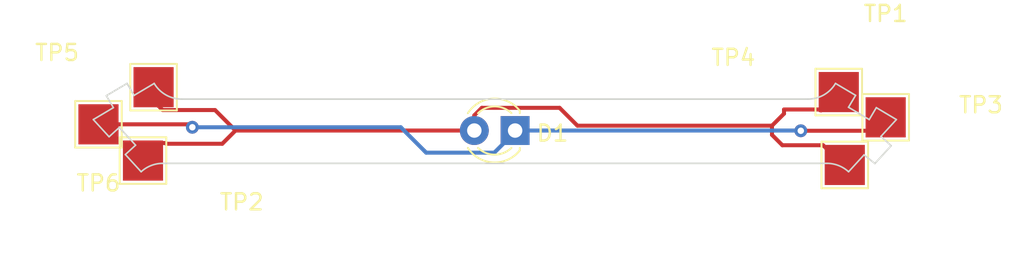
<source format=kicad_pcb>
(kicad_pcb (version 20211014) (generator pcbnew)
  (layers (0 "F.Cu" signal) (31 "B.Cu" signal) (34 "B.Paste" user) (35 "F.Paste" user) (36 "B.SilkS" user "B.Silkscreen") (37 "F.SilkS" user "F.Silkscreen") (38 "B.Mask" user) (39 "F.Mask" user) (44 "Edge.Cuts" user))
  (net 0 "")
  (net 1 "GND")
  (net 2 "+5V")
  (footprint "TestPoint:TestPoint_Pad_2.5x2.5mm" (layer "F.Cu") (at 202.828581 88.830125)
    (fp_text reference "TP1" (at 0 -6.454146) (layer "F.SilkS"))
    (fp_text value "TestPoint")
    (fp_line (start 1.45 1.45) (end -1.45 1.45) (layer "F.SilkS") (width 0.12))
    (fp_line (start 1.45 -1.45) (end 1.45 1.45) (layer "F.SilkS") (width 0.12))
    (fp_line (start -1.45 1.45) (end -1.45 -1.45) (layer "F.SilkS") (width 0.12))
    (fp_line (start -1.45 -1.45) (end 1.45 -1.45) (layer "F.SilkS") (width 0.12))
    (pad "1" smd rect (at 0 0) (size 2.5 2.5) (layers "F.Cu" "F.Mask") (net 1 "GND"))
  )
  (footprint "TestPoint:TestPoint_Pad_2.5x2.5mm" (layer "F.Cu") (at 157.248123 86.954258)
    (fp_text reference "TP5" (at -6.007902 -2.148) (layer "F.SilkS"))
    (fp_text value "TestPoint")
    (fp_line (start -1.45 -1.45) (end 1.45 -1.45) (layer "F.SilkS") (width 0.12))
    (fp_line (start -1.45 1.45) (end -1.45 -1.45) (layer "F.SilkS") (width 0.12))
    (fp_line (start 1.45 1.45) (end -1.45 1.45) (layer "F.SilkS") (width 0.12))
    (fp_line (start 1.45 -1.45) (end 1.45 1.45) (layer "F.SilkS") (width 0.12))
    (pad "1" smd rect (at 0 0) (size 2.5 2.5) (layers "F.Cu" "F.Mask") (net 2 "+5V"))
  )
  (footprint "TestPoint:TestPoint_Pad_2.5x2.5mm" (layer "F.Cu") (at 153.817493 89.265702)
    (fp_text reference "TP6" (at 0 3.660232) (layer "F.SilkS"))
    (fp_text value "TestPoint")
    (fp_line (start -1.45 -1.45) (end 1.45 -1.45) (layer "F.SilkS") (width 0.12))
    (fp_line (start 1.45 -1.45) (end 1.45 1.45) (layer "F.SilkS") (width 0.12))
    (fp_line (start -1.45 1.45) (end -1.45 -1.45) (layer "F.SilkS") (width 0.12))
    (fp_line (start 1.45 1.45) (end -1.45 1.45) (layer "F.SilkS") (width 0.12))
    (pad "1" smd rect (at 0 0) (size 2.5 2.5) (layers "F.Cu" "F.Mask") (net 1 "GND"))
  )
  (footprint "TestPoint:TestPoint_Pad_2.5x2.5mm" (layer "F.Cu") (at 199.908017 87.257514)
    (fp_text reference "TP4" (at -6.560717 -2.148) (layer "F.SilkS"))
    (fp_text value "TestPoint")
    (fp_line (start -1.45 1.45) (end -1.45 -1.45) (layer "F.SilkS") (width 0.12))
    (fp_line (start -1.45 -1.45) (end 1.45 -1.45) (layer "F.SilkS") (width 0.12))
    (fp_line (start 1.45 -1.45) (end 1.45 1.45) (layer "F.SilkS") (width 0.12))
    (fp_line (start 1.45 1.45) (end -1.45 1.45) (layer "F.SilkS") (width 0.12))
    (pad "1" smd rect (at 0 0) (size 2.5 2.5) (layers "F.Cu" "F.Mask") (net 2 "+5V"))
  )
  (footprint "LED_THT:LED_D3.0mm" (layer "F.Cu") (at 179.757403 89.652767 180)
    (fp_text reference "D1" (at -2.327633 -0.170004) (layer "F.SilkS"))
    (fp_text value "LED")
    (fp_line (start -0.29 1.08) (end -0.29 1.236) (layer "F.SilkS") (width 0.12))
    (fp_line (start -0.29 -1.236) (end -0.29 -1.08) (layer "F.SilkS") (width 0.12))
    (fp_arc (start -0.29 -1.235516) (mid 1.366487 -1.987659) (end 2.942335 -1.078608) (layer "F.SilkS") (width 0.12))
    (fp_arc (start 2.31113 1.079837) (mid 1.270117 1.5) (end 0.229039 1.08) (layer "F.SilkS") (width 0.12))
    (fp_arc (start 0.229039 -1.08) (mid 1.270117 -1.5) (end 2.31113 -1.079837) (layer "F.SilkS") (width 0.12))
    (fp_arc (start 2.942335 1.078608) (mid 1.366487 1.987659) (end -0.29 1.235516) (layer "F.SilkS") (width 0.12))
    (pad "1" thru_hole rect (at 0 0 180) (size 1.8 1.8) (drill 0.9) (layers *.Cu *.Mask) (net 1 "GND"))
    (pad "2" thru_hole circle (at 2.54 0 180) (size 1.8 1.8) (drill 0.9) (layers *.Cu *.Mask) (net 2 "+5V"))
  )
  (footprint "TestPoint:TestPoint_Pad_2.5x2.5mm" (layer "F.Cu") (at 200.282449 91.79562)
    (fp_text reference "TP3" (at 8.47772 -3.735661) (layer "F.SilkS"))
    (fp_text value "TestPoint")
    (fp_line (start -1.45 -1.45) (end 1.45 -1.45) (layer "F.SilkS") (width 0.12))
    (fp_line (start 1.45 -1.45) (end 1.45 1.45) (layer "F.SilkS") (width 0.12))
    (fp_line (start 1.45 1.45) (end -1.45 1.45) (layer "F.SilkS") (width 0.12))
    (fp_line (start -1.45 1.45) (end -1.45 -1.45) (layer "F.SilkS") (width 0.12))
    (pad "1" smd rect (at 0 0) (size 2.5 2.5) (layers "F.Cu" "F.Mask") (net 2 "+5V"))
  )
  (footprint "TestPoint:TestPoint_Pad_2.5x2.5mm" (layer "F.Cu") (at 156.589124 91.522318)
    (fp_text reference "TP2" (at 6.150345 2.582356) (layer "F.SilkS"))
    (fp_text value "TestPoint")
    (fp_line (start -1.45 1.45) (end -1.45 -1.45) (layer "F.SilkS") (width 0.12))
    (fp_line (start 1.45 1.45) (end -1.45 1.45) (layer "F.SilkS") (width 0.12))
    (fp_line (start 1.45 -1.45) (end 1.45 1.45) (layer "F.SilkS") (width 0.12))
    (fp_line (start -1.45 -1.45) (end 1.45 -1.45) (layer "F.SilkS") (width 0.12))
    (pad "1" smd rect (at 0 0) (size 2.5 2.5) (layers "F.Cu" "F.Mask") (net 2 "+5V"))
  )
  (gr_line (start 202.245265 88.227588) (end 203.495682 88.969667) (layer "Edge.Cuts") (width 0.1))
  (gr_arc (start 156.473371 92.219972) (mid 157.097709 91.831807) (end 157.820275 91.696277) (layer "Edge.Cuts") (width 0.1))
  (gr_arc (start 199.171089 91.696276) (mid 199.893655 91.831806) (end 200.517993 92.219972) (layer "Edge.Cuts") (width 0.1))
  (gr_line (start 154.746099 88.227588) (end 153.495682 88.969667) (layer "Edge.Cuts") (width 0.1))
  (gr_line (start 153.495682 88.969667) (end 154.477896 90.041805) (layer "Edge.Cuts") (width 0.1))
  (gr_line (start 202.156165 91.705814) (end 201.478809 91.171191) (layer "Edge.Cuts") (width 0.1))
  (gr_line (start 155.114173 89.458896) (end 156.127435 90.564925) (layer "Edge.Cuts") (width 0.1))
  (gr_line (start 199.704905 86.719972) (end 200.955322 87.462051) (layer "Edge.Cuts") (width 0.1))
  (gr_line (start 156.127435 90.564925) (end 155.491158 91.147834) (layer "Edge.Cuts") (width 0.1))
  (gr_line (start 159.001149 87.696277) (end 197.990215 87.696276) (layer "Edge.Cuts") (width 0.1))
  (gr_line (start 156.036042 87.462052) (end 155.595644 86.719973) (layer "Edge.Cuts") (width 0.1))
  (gr_arc (start 159.001149 87.696277) (mid 158.014573 87.435094) (end 157.286459 86.719972) (layer "Edge.Cuts") (width 0.1))
  (gr_line (start 157.286459 86.719972) (end 156.036042 87.462052) (layer "Edge.Cuts") (width 0.1))
  (gr_line (start 155.595644 86.719973) (end 154.305701 87.485509) (layer "Edge.Cuts") (width 0.1))
  (gr_line (start 200.514924 88.20413) (end 201.804867 88.969667) (layer "Edge.Cuts") (width 0.1))
  (gr_line (start 154.477896 90.041805) (end 155.114173 89.458896) (layer "Edge.Cuts") (width 0.1))
  (gr_line (start 200.955322 87.462051) (end 200.514924 88.20413) (layer "Edge.Cuts") (width 0.1))
  (gr_line (start 201.478809 91.171191) (end 200.517993 92.219972) (layer "Edge.Cuts") (width 0.1))
  (gr_line (start 202.534867 90.018448) (end 203.169427 90.599785) (layer "Edge.Cuts") (width 0.1))
  (gr_arc (start 199.704905 86.719972) (mid 198.976791 87.435094) (end 197.990215 87.696276) (layer "Edge.Cuts") (width 0.1))
  (gr_line (start 157.820275 91.696277) (end 199.171089 91.696276) (layer "Edge.Cuts") (width 0.1))
  (gr_line (start 203.495682 88.969667) (end 202.534867 90.018448) (layer "Edge.Cuts") (width 0.1))
  (gr_line (start 201.804867 88.969667) (end 202.245265 88.227588) (layer "Edge.Cuts") (width 0.1))
  (gr_line (start 203.169427 90.599785) (end 202.156165 91.705814) (layer "Edge.Cuts") (width 0.1))
  (gr_line (start 155.491158 91.147834) (end 156.473371 92.219972) (layer "Edge.Cuts") (width 0.1))
  (gr_line (start 154.305701 87.485509) (end 154.746099 88.227588) (layer "Edge.Cuts") (width 0.1))
  (segment (start 159.662222 89.449027) (end 159.478897 89.265702) (width 0.25) (layer "F.Cu") (net 1))
  (segment (start 159.478897 89.265702) (end 153.817493 89.265702) (width 0.25) (layer "F.Cu") (net 1))
  (segment (start 201.691496 89.667879) (end 202.629255 88.73012) (width 0.25) (layer "F.Cu") (net 1))
  (segment (start 197.543926 89.667879) (end 201.691496 89.667879) (width 0.25) (layer "F.Cu") (net 1))
  (via (at 197.543926 89.667879) (size 0.8) (drill 0.4) (layers "F.Cu" "B.Cu") (net 1))
  (via (at 159.662222 89.449027) (size 0.8) (drill 0.4) (layers "F.Cu" "B.Cu") (net 1))
  (segment (start 197.528814 89.652767) (end 197.543926 89.667879) (width 0.25) (layer "B.Cu") (net 1))
  (segment (start 174.112271 90.922788) (end 172.63851 89.449027) (width 0.25) (layer "B.Cu") (net 1))
  (segment (start 174.220107 91.030624) (end 174.112271 90.922788) (width 0.25) (layer "B.Cu") (net 1))
  (segment (start 178.461664 91.030624) (end 174.220107 91.030624) (width 0.25) (layer "B.Cu") (net 1))
  (segment (start 179.757403 89.652767) (end 179.757403 89.734885) (width 0.25) (layer "B.Cu") (net 1))
  (segment (start 172.63851 89.449027) (end 159.662222 89.449027) (width 0.25) (layer "B.Cu") (net 1))
  (segment (start 179.757403 89.652767) (end 197.528814 89.652767) (width 0.25) (layer "B.Cu") (net 1))
  (segment (start 179.757403 89.734885) (end 178.461664 91.030624) (width 0.25) (layer "B.Cu") (net 1))
  (segment (start 177.217403 89.652767) (end 177.217403 88.706773) (width 0.25) (layer "F.Cu") (net 2))
  (segment (start 157.809347 88.377675) (end 156.975196 87.543524) (width 0.25) (layer "F.Cu") (net 2))
  (segment (start 183.637758 89.351845) (end 195.749919 89.351845) (width 0.25) (layer "F.Cu") (net 2))
  (segment (start 198.933242 90.568237) (end 200.05916 91.694155) (width 0.25) (layer "F.Cu") (net 2))
  (segment (start 198.803839 88.39426) (end 199.681733 87.516366) (width 0.25) (layer "F.Cu") (net 2))
  (segment (start 195.749919 89.351845) (end 195.749919 89.921221) (width 0.25) (layer "F.Cu") (net 2))
  (segment (start 158.043305 90.477105) (end 157.998374 90.432174) (width 0.25) (layer "F.Cu") (net 2))
  (segment (start 196.500458 88.601306) (end 196.500458 88.342499) (width 0.25) (layer "F.Cu") (net 2))
  (segment (start 199.681733 87.516366) (end 199.681733 87.004741) (width 0.25) (layer "F.Cu") (net 2))
  (segment (start 195.749919 89.351845) (end 196.500458 88.601306) (width 0.25) (layer "F.Cu") (net 2))
  (segment (start 177.217403 89.652767) (end 162.349132 89.652767) (width 0.25) (layer "F.Cu") (net 2))
  (segment (start 161.524794 90.477105) (end 158.043305 90.477105) (width 0.25) (layer "F.Cu") (net 2))
  (segment (start 162.349132 89.652767) (end 161.07404 88.377675) (width 0.25) (layer "F.Cu") (net 2))
  (segment (start 157.375125 90.432174) (end 156.409655 91.397644) (width 0.25) (layer "F.Cu") (net 2))
  (segment (start 156.975196 87.543524) (end 156.975196 86.544836) (width 0.25) (layer "F.Cu") (net 2))
  (segment (start 157.998374 90.432174) (end 157.375125 90.432174) (width 0.25) (layer "F.Cu") (net 2))
  (segment (start 182.524889 88.238976) (end 183.637758 89.351845) (width 0.25) (layer "F.Cu") (net 2))
  (segment (start 195.749919 89.921221) (end 196.396935 90.568237) (width 0.25) (layer "F.Cu") (net 2))
  (segment (start 177.217403 88.706773) (end 177.6852 88.238976) (width 0.25) (layer "F.Cu") (net 2))
  (segment (start 200.05916 91.694155) (end 200.05916 92.037097) (width 0.25) (layer "F.Cu") (net 2))
  (segment (start 162.349132 89.652767) (end 161.524794 90.477105) (width 0.25) (layer "F.Cu") (net 2))
  (segment (start 161.07404 88.377675) (end 157.809347 88.377675) (width 0.25) (layer "F.Cu") (net 2))
  (segment (start 177.6852 88.238976) (end 182.524889 88.238976) (width 0.25) (layer "F.Cu") (net 2))
  (segment (start 196.500458 88.342499) (end 198.752078 88.342499) (width 0.25) (layer "F.Cu") (net 2))
  (segment (start 198.752078 88.342499) (end 198.803839 88.39426) (width 0.25) (layer "F.Cu") (net 2))
  (segment (start 196.396935 90.568237) (end 198.933242 90.568237) (width 0.25) (layer "F.Cu") (net 2))
)
</source>
